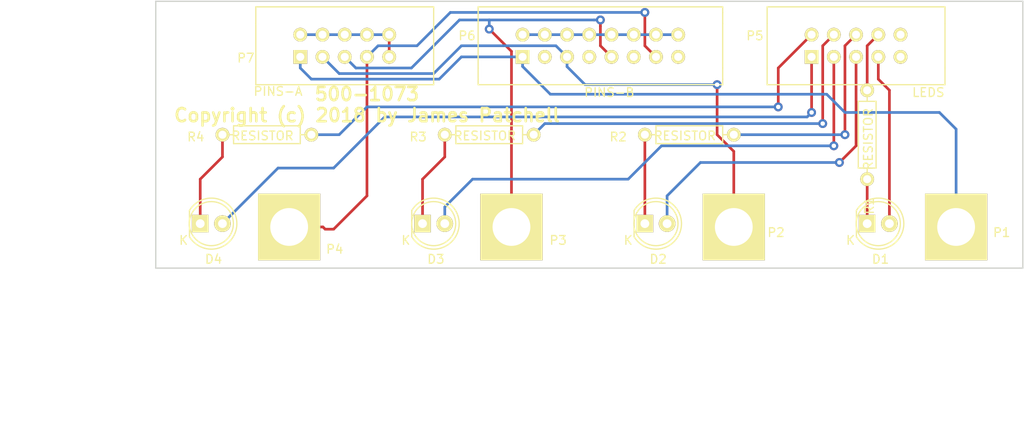
<source format=kicad_pcb>
(kicad_pcb (version 20171130) (host pcbnew "(5.0.1)-3")

  (general
    (thickness 1.6)
    (drawings 9)
    (tracks 111)
    (zones 0)
    (modules 15)
    (nets 19)
  )

  (page A4)
  (layers
    (0 F.Cu signal)
    (31 B.Cu signal)
    (32 B.Adhes user)
    (33 F.Adhes user)
    (34 B.Paste user)
    (35 F.Paste user)
    (36 B.SilkS user)
    (37 F.SilkS user)
    (38 B.Mask user)
    (39 F.Mask user)
    (40 Dwgs.User user)
    (41 Cmts.User user)
    (42 Eco1.User user)
    (43 Eco2.User user)
    (44 Edge.Cuts user)
    (45 Margin user)
    (46 B.CrtYd user)
    (47 F.CrtYd user)
    (48 B.Fab user)
    (49 F.Fab user)
  )

  (setup
    (last_trace_width 0.3048)
    (trace_clearance 0.2)
    (zone_clearance 0.508)
    (zone_45_only no)
    (trace_min 0.2)
    (segment_width 0.2)
    (edge_width 0.15)
    (via_size 1.016)
    (via_drill 0.508)
    (via_min_size 0.4)
    (via_min_drill 0.3)
    (uvia_size 0.3)
    (uvia_drill 0.1)
    (uvias_allowed no)
    (uvia_min_size 0.2)
    (uvia_min_drill 0.1)
    (pcb_text_width 0.3)
    (pcb_text_size 1.5 1.5)
    (mod_edge_width 0.15)
    (mod_text_size 1 1)
    (mod_text_width 0.15)
    (pad_size 1.524 1.524)
    (pad_drill 0.762)
    (pad_to_mask_clearance 0.2)
    (solder_mask_min_width 0.25)
    (aux_axis_origin 0 0)
    (visible_elements 7FFFFFFF)
    (pcbplotparams
      (layerselection 0x010f0_ffffffff)
      (usegerberextensions false)
      (usegerberattributes false)
      (usegerberadvancedattributes false)
      (creategerberjobfile false)
      (excludeedgelayer true)
      (linewidth 0.100000)
      (plotframeref false)
      (viasonmask false)
      (mode 1)
      (useauxorigin false)
      (hpglpennumber 1)
      (hpglpenspeed 20)
      (hpglpendiameter 15.000000)
      (psnegative false)
      (psa4output false)
      (plotreference true)
      (plotvalue true)
      (plotinvisibletext false)
      (padsonsilk false)
      (subtractmaskfromsilk false)
      (outputformat 1)
      (mirror false)
      (drillshape 0)
      (scaleselection 1)
      (outputdirectory "Fab/"))
  )

  (net 0 "")
  (net 1 "Net-(D1-Pad1)")
  (net 2 "Net-(D1-Pad2)")
  (net 3 "Net-(D2-Pad1)")
  (net 4 "Net-(D2-Pad2)")
  (net 5 "Net-(D3-Pad1)")
  (net 6 "Net-(D3-Pad2)")
  (net 7 "Net-(D4-Pad1)")
  (net 8 "Net-(D4-Pad2)")
  (net 9 "Net-(P1-Pad1)")
  (net 10 "Net-(P2-Pad1)")
  (net 11 "Net-(P3-Pad1)")
  (net 12 "Net-(P4-Pad1)")
  (net 13 "Net-(P5-Pad2)")
  (net 14 "Net-(P5-Pad4)")
  (net 15 "Net-(P5-Pad6)")
  (net 16 "Net-(P5-Pad8)")
  (net 17 "Net-(P6-Pad10)")
  (net 18 "Net-(P7-Pad10)")

  (net_class Default "This is the default net class."
    (clearance 0.2)
    (trace_width 0.3048)
    (via_dia 1.016)
    (via_drill 0.508)
    (uvia_dia 0.3)
    (uvia_drill 0.1)
    (add_net "Net-(D1-Pad1)")
    (add_net "Net-(D1-Pad2)")
    (add_net "Net-(D2-Pad1)")
    (add_net "Net-(D2-Pad2)")
    (add_net "Net-(D3-Pad1)")
    (add_net "Net-(D3-Pad2)")
    (add_net "Net-(D4-Pad1)")
    (add_net "Net-(D4-Pad2)")
    (add_net "Net-(P1-Pad1)")
    (add_net "Net-(P2-Pad1)")
    (add_net "Net-(P3-Pad1)")
    (add_net "Net-(P4-Pad1)")
    (add_net "Net-(P5-Pad2)")
    (add_net "Net-(P5-Pad4)")
    (add_net "Net-(P5-Pad6)")
    (add_net "Net-(P5-Pad8)")
    (add_net "Net-(P6-Pad10)")
    (add_net "Net-(P7-Pad10)")
  )

  (module LEDs:LED-5MM (layer F.Cu) (tedit 5570F7EA) (tstamp 56ACF3B1)
    (at 185.42 147.32)
    (descr "LED 5mm round vertical")
    (tags "LED 5mm round vertical")
    (path /56ABF57F)
    (fp_text reference D1 (at 1.524 4.064) (layer F.SilkS)
      (effects (font (size 1 1) (thickness 0.15)))
    )
    (fp_text value LED (at 1.524 -3.937) (layer F.Fab)
      (effects (font (size 1 1) (thickness 0.15)))
    )
    (fp_line (start -1.5 -1.55) (end -1.5 1.55) (layer F.CrtYd) (width 0.05))
    (fp_arc (start 1.3 0) (end -1.5 1.55) (angle -302) (layer F.CrtYd) (width 0.05))
    (fp_arc (start 1.27 0) (end -1.23 -1.5) (angle 297.5) (layer F.SilkS) (width 0.15))
    (fp_line (start -1.23 1.5) (end -1.23 -1.5) (layer F.SilkS) (width 0.15))
    (fp_circle (center 1.27 0) (end 0.97 -2.5) (layer F.SilkS) (width 0.15))
    (fp_text user K (at -1.905 1.905) (layer F.SilkS)
      (effects (font (size 1 1) (thickness 0.15)))
    )
    (pad 1 thru_hole rect (at 0 0 90) (size 2 1.9) (drill 1.00076) (layers *.Cu *.Mask F.SilkS)
      (net 1 "Net-(D1-Pad1)"))
    (pad 2 thru_hole circle (at 2.54 0) (size 1.9 1.9) (drill 1.00076) (layers *.Cu *.Mask F.SilkS)
      (net 2 "Net-(D1-Pad2)"))
    (model LEDs.3dshapes/LED-5MM.wrl
      (offset (xyz 1.269999980926514 0 0))
      (scale (xyz 1 1 1))
      (rotate (xyz 0 0 90))
    )
  )

  (module LEDs:LED-5MM (layer F.Cu) (tedit 5570F7EA) (tstamp 56ACF3BD)
    (at 160.02 147.32)
    (descr "LED 5mm round vertical")
    (tags "LED 5mm round vertical")
    (path /56ABF346)
    (fp_text reference D2 (at 1.524 4.064) (layer F.SilkS)
      (effects (font (size 1 1) (thickness 0.15)))
    )
    (fp_text value LED (at 1.524 -3.937) (layer F.Fab)
      (effects (font (size 1 1) (thickness 0.15)))
    )
    (fp_line (start -1.5 -1.55) (end -1.5 1.55) (layer F.CrtYd) (width 0.05))
    (fp_arc (start 1.3 0) (end -1.5 1.55) (angle -302) (layer F.CrtYd) (width 0.05))
    (fp_arc (start 1.27 0) (end -1.23 -1.5) (angle 297.5) (layer F.SilkS) (width 0.15))
    (fp_line (start -1.23 1.5) (end -1.23 -1.5) (layer F.SilkS) (width 0.15))
    (fp_circle (center 1.27 0) (end 0.97 -2.5) (layer F.SilkS) (width 0.15))
    (fp_text user K (at -1.905 1.905) (layer F.SilkS)
      (effects (font (size 1 1) (thickness 0.15)))
    )
    (pad 1 thru_hole rect (at 0 0 90) (size 2 1.9) (drill 1.00076) (layers *.Cu *.Mask F.SilkS)
      (net 3 "Net-(D2-Pad1)"))
    (pad 2 thru_hole circle (at 2.54 0) (size 1.9 1.9) (drill 1.00076) (layers *.Cu *.Mask F.SilkS)
      (net 4 "Net-(D2-Pad2)"))
    (model LEDs.3dshapes/LED-5MM.wrl
      (offset (xyz 1.269999980926514 0 0))
      (scale (xyz 1 1 1))
      (rotate (xyz 0 0 90))
    )
  )

  (module LEDs:LED-5MM (layer F.Cu) (tedit 5570F7EA) (tstamp 56ACF3C9)
    (at 134.62 147.32)
    (descr "LED 5mm round vertical")
    (tags "LED 5mm round vertical")
    (path /56ABF51A)
    (fp_text reference D3 (at 1.524 4.064) (layer F.SilkS)
      (effects (font (size 1 1) (thickness 0.15)))
    )
    (fp_text value LED (at 1.524 -3.937) (layer F.Fab)
      (effects (font (size 1 1) (thickness 0.15)))
    )
    (fp_line (start -1.5 -1.55) (end -1.5 1.55) (layer F.CrtYd) (width 0.05))
    (fp_arc (start 1.3 0) (end -1.5 1.55) (angle -302) (layer F.CrtYd) (width 0.05))
    (fp_arc (start 1.27 0) (end -1.23 -1.5) (angle 297.5) (layer F.SilkS) (width 0.15))
    (fp_line (start -1.23 1.5) (end -1.23 -1.5) (layer F.SilkS) (width 0.15))
    (fp_circle (center 1.27 0) (end 0.97 -2.5) (layer F.SilkS) (width 0.15))
    (fp_text user K (at -1.905 1.905) (layer F.SilkS)
      (effects (font (size 1 1) (thickness 0.15)))
    )
    (pad 1 thru_hole rect (at 0 0 90) (size 2 1.9) (drill 1.00076) (layers *.Cu *.Mask F.SilkS)
      (net 5 "Net-(D3-Pad1)"))
    (pad 2 thru_hole circle (at 2.54 0) (size 1.9 1.9) (drill 1.00076) (layers *.Cu *.Mask F.SilkS)
      (net 6 "Net-(D3-Pad2)"))
    (model LEDs.3dshapes/LED-5MM.wrl
      (offset (xyz 1.269999980926514 0 0))
      (scale (xyz 1 1 1))
      (rotate (xyz 0 0 90))
    )
  )

  (module LEDs:LED-5MM (layer F.Cu) (tedit 5570F7EA) (tstamp 56ACF3D5)
    (at 109.22 147.32)
    (descr "LED 5mm round vertical")
    (tags "LED 5mm round vertical")
    (path /56ABF54A)
    (fp_text reference D4 (at 1.524 4.064) (layer F.SilkS)
      (effects (font (size 1 1) (thickness 0.15)))
    )
    (fp_text value LED (at 1.524 -3.937) (layer F.Fab)
      (effects (font (size 1 1) (thickness 0.15)))
    )
    (fp_line (start -1.5 -1.55) (end -1.5 1.55) (layer F.CrtYd) (width 0.05))
    (fp_arc (start 1.3 0) (end -1.5 1.55) (angle -302) (layer F.CrtYd) (width 0.05))
    (fp_arc (start 1.27 0) (end -1.23 -1.5) (angle 297.5) (layer F.SilkS) (width 0.15))
    (fp_line (start -1.23 1.5) (end -1.23 -1.5) (layer F.SilkS) (width 0.15))
    (fp_circle (center 1.27 0) (end 0.97 -2.5) (layer F.SilkS) (width 0.15))
    (fp_text user K (at -1.905 1.905) (layer F.SilkS)
      (effects (font (size 1 1) (thickness 0.15)))
    )
    (pad 1 thru_hole rect (at 0 0 90) (size 2 1.9) (drill 1.00076) (layers *.Cu *.Mask F.SilkS)
      (net 7 "Net-(D4-Pad1)"))
    (pad 2 thru_hole circle (at 2.54 0) (size 1.9 1.9) (drill 1.00076) (layers *.Cu *.Mask F.SilkS)
      (net 8 "Net-(D4-Pad2)"))
    (model LEDs.3dshapes/LED-5MM.wrl
      (offset (xyz 1.269999980926514 0 0))
      (scale (xyz 1 1 1))
      (rotate (xyz 0 0 90))
    )
  )

  (module Footprints:KF2-256-TerminalPad (layer F.Cu) (tedit 56AC4C07) (tstamp 56ACF3DA)
    (at 195.58 152.4)
    (path /56ABF297)
    (fp_text reference P1 (at 5.207 -4.064) (layer F.SilkS)
      (effects (font (size 1 1) (thickness 0.15)))
    )
    (fp_text value PAD (at 0 1.27) (layer F.Fab)
      (effects (font (size 1 1) (thickness 0.15)))
    )
    (pad 1 thru_hole rect (at 0 -4.699) (size 7.112 7.62) (drill 4.318) (layers *.Cu *.Mask F.SilkS)
      (net 9 "Net-(P1-Pad1)"))
  )

  (module Footprints:KF2-256-TerminalPad (layer F.Cu) (tedit 56AC4C07) (tstamp 56ACF3DF)
    (at 170.18 152.4)
    (path /56ABF2E5)
    (fp_text reference P2 (at 4.826 -4.064) (layer F.SilkS)
      (effects (font (size 1 1) (thickness 0.15)))
    )
    (fp_text value PAD (at 0 1.27) (layer F.Fab)
      (effects (font (size 1 1) (thickness 0.15)))
    )
    (pad 1 thru_hole rect (at 0 -4.699) (size 7.112 7.62) (drill 4.318) (layers *.Cu *.Mask F.SilkS)
      (net 10 "Net-(P2-Pad1)"))
  )

  (module Footprints:KF2-256-TerminalPad (layer F.Cu) (tedit 56AC4C07) (tstamp 56ACF3E4)
    (at 144.78 152.4)
    (path /56ABF301)
    (fp_text reference P3 (at 5.334 -3.175) (layer F.SilkS)
      (effects (font (size 1 1) (thickness 0.15)))
    )
    (fp_text value PAD (at 0 1.27) (layer F.Fab)
      (effects (font (size 1 1) (thickness 0.15)))
    )
    (pad 1 thru_hole rect (at 0 -4.699) (size 7.112 7.62) (drill 4.318) (layers *.Cu *.Mask F.SilkS)
      (net 11 "Net-(P3-Pad1)"))
  )

  (module Footprints:KF2-256-TerminalPad (layer F.Cu) (tedit 56AC4C07) (tstamp 56ACF3E9)
    (at 119.38 152.4)
    (path /56ABF326)
    (fp_text reference P4 (at 5.207 -2.159) (layer F.SilkS)
      (effects (font (size 1 1) (thickness 0.15)))
    )
    (fp_text value PAD (at 0 1.27) (layer F.Fab)
      (effects (font (size 1 1) (thickness 0.15)))
    )
    (pad 1 thru_hole rect (at 0 -4.699) (size 7.112 7.62) (drill 4.318) (layers *.Cu *.Mask F.SilkS)
      (net 12 "Net-(P4-Pad1)"))
  )

  (module Footprints:AXIAL0.4 (layer F.Cu) (tedit 56ACF211) (tstamp 56ACF432)
    (at 185.42 137.16 90)
    (path /56ABFB50)
    (fp_text reference R1 (at -8.128 0.254 90) (layer F.SilkS)
      (effects (font (size 1 1) (thickness 0.15)))
    )
    (fp_text value RESISTOR (at -0.508 0.127 90) (layer F.SilkS)
      (effects (font (size 1 1) (thickness 0.15)))
    )
    (fp_line (start -3.81 -1.016) (end -3.81 1.016) (layer F.SilkS) (width 0.15))
    (fp_line (start 3.81 -1.016) (end 3.81 1.016) (layer F.SilkS) (width 0.15))
    (fp_line (start -3.81 0) (end -4.318 0) (layer F.SilkS) (width 0.15))
    (fp_line (start 4.445 0) (end 3.81 0) (layer F.SilkS) (width 0.15))
    (fp_line (start -3.81 1.016) (end 3.81 1.016) (layer F.SilkS) (width 0.15))
    (fp_line (start 3.81 -1.016) (end -3.81 -1.016) (layer F.SilkS) (width 0.15))
    (pad 1 thru_hole circle (at -5.08 0 90) (size 1.5748 1.5748) (drill 0.9144) (layers *.Cu *.Mask F.SilkS)
      (net 1 "Net-(D1-Pad1)"))
    (pad 2 thru_hole circle (at 5.08 0 90) (size 1.5748 1.5748) (drill 0.9144) (layers *.Cu *.Mask F.SilkS)
      (net 16 "Net-(P5-Pad8)"))
  )

  (module Footprints:AXIAL0.4 (layer F.Cu) (tedit 56ACF211) (tstamp 56ACF43E)
    (at 165.1 137.16)
    (path /56ABFBC1)
    (fp_text reference R2 (at -8.128 0.254) (layer F.SilkS)
      (effects (font (size 1 1) (thickness 0.15)))
    )
    (fp_text value RESISTOR (at -0.508 0.127) (layer F.SilkS)
      (effects (font (size 1 1) (thickness 0.15)))
    )
    (fp_line (start -3.81 -1.016) (end -3.81 1.016) (layer F.SilkS) (width 0.15))
    (fp_line (start 3.81 -1.016) (end 3.81 1.016) (layer F.SilkS) (width 0.15))
    (fp_line (start -3.81 0) (end -4.318 0) (layer F.SilkS) (width 0.15))
    (fp_line (start 4.445 0) (end 3.81 0) (layer F.SilkS) (width 0.15))
    (fp_line (start -3.81 1.016) (end 3.81 1.016) (layer F.SilkS) (width 0.15))
    (fp_line (start 3.81 -1.016) (end -3.81 -1.016) (layer F.SilkS) (width 0.15))
    (pad 1 thru_hole circle (at -5.08 0) (size 1.5748 1.5748) (drill 0.9144) (layers *.Cu *.Mask F.SilkS)
      (net 3 "Net-(D2-Pad1)"))
    (pad 2 thru_hole circle (at 5.08 0) (size 1.5748 1.5748) (drill 0.9144) (layers *.Cu *.Mask F.SilkS)
      (net 15 "Net-(P5-Pad6)"))
  )

  (module Footprints:AXIAL0.4 (layer F.Cu) (tedit 56ACF211) (tstamp 56ACF44A)
    (at 142.24 137.16)
    (path /56ABFBFE)
    (fp_text reference R3 (at -8.128 0.254) (layer F.SilkS)
      (effects (font (size 1 1) (thickness 0.15)))
    )
    (fp_text value RESISTOR (at -0.508 0.127) (layer F.SilkS)
      (effects (font (size 1 1) (thickness 0.15)))
    )
    (fp_line (start -3.81 -1.016) (end -3.81 1.016) (layer F.SilkS) (width 0.15))
    (fp_line (start 3.81 -1.016) (end 3.81 1.016) (layer F.SilkS) (width 0.15))
    (fp_line (start -3.81 0) (end -4.318 0) (layer F.SilkS) (width 0.15))
    (fp_line (start 4.445 0) (end 3.81 0) (layer F.SilkS) (width 0.15))
    (fp_line (start -3.81 1.016) (end 3.81 1.016) (layer F.SilkS) (width 0.15))
    (fp_line (start 3.81 -1.016) (end -3.81 -1.016) (layer F.SilkS) (width 0.15))
    (pad 1 thru_hole circle (at -5.08 0) (size 1.5748 1.5748) (drill 0.9144) (layers *.Cu *.Mask F.SilkS)
      (net 5 "Net-(D3-Pad1)"))
    (pad 2 thru_hole circle (at 5.08 0) (size 1.5748 1.5748) (drill 0.9144) (layers *.Cu *.Mask F.SilkS)
      (net 14 "Net-(P5-Pad4)"))
  )

  (module Footprints:AXIAL0.4 (layer F.Cu) (tedit 56ACF211) (tstamp 56ACF456)
    (at 116.84 137.16)
    (path /56ABFC40)
    (fp_text reference R4 (at -8.128 0.254) (layer F.SilkS)
      (effects (font (size 1 1) (thickness 0.15)))
    )
    (fp_text value RESISTOR (at -0.508 0.127) (layer F.SilkS)
      (effects (font (size 1 1) (thickness 0.15)))
    )
    (fp_line (start -3.81 -1.016) (end -3.81 1.016) (layer F.SilkS) (width 0.15))
    (fp_line (start 3.81 -1.016) (end 3.81 1.016) (layer F.SilkS) (width 0.15))
    (fp_line (start -3.81 0) (end -4.318 0) (layer F.SilkS) (width 0.15))
    (fp_line (start 4.445 0) (end 3.81 0) (layer F.SilkS) (width 0.15))
    (fp_line (start -3.81 1.016) (end 3.81 1.016) (layer F.SilkS) (width 0.15))
    (fp_line (start 3.81 -1.016) (end -3.81 -1.016) (layer F.SilkS) (width 0.15))
    (pad 1 thru_hole circle (at -5.08 0) (size 1.5748 1.5748) (drill 0.9144) (layers *.Cu *.Mask F.SilkS)
      (net 7 "Net-(D4-Pad1)"))
    (pad 2 thru_hole circle (at 5.08 0) (size 1.5748 1.5748) (drill 0.9144) (layers *.Cu *.Mask F.SilkS)
      (net 13 "Net-(P5-Pad2)"))
  )

  (module FootPrints:IDC5x2_Vert (layer F.Cu) (tedit 58C2383B) (tstamp 5C0A0E70)
    (at 184.15 127 180)
    (path /56ABF665)
    (fp_text reference P5 (at 11.557 1.143 180) (layer F.SilkS)
      (effects (font (size 1 1) (thickness 0.15)))
    )
    (fp_text value LEDS (at -8.255 -5.334 180) (layer F.SilkS)
      (effects (font (size 1 1) (thickness 0.15)))
    )
    (fp_line (start 10.16 -2.54) (end 10.16 2.54) (layer F.SilkS) (width 0.15))
    (fp_line (start -10.16 2.54) (end -10.16 -2.54) (layer F.SilkS) (width 0.15))
    (fp_line (start -10.16 -2.54) (end -10.16 -4.445) (layer F.SilkS) (width 0.15))
    (fp_line (start -10.16 -4.445) (end 10.16 -4.445) (layer F.SilkS) (width 0.15))
    (fp_line (start 10.16 -4.445) (end 10.16 -2.54) (layer F.SilkS) (width 0.15))
    (fp_line (start -10.16 2.54) (end -10.16 4.445) (layer F.SilkS) (width 0.15))
    (fp_line (start -10.16 4.445) (end 10.16 4.445) (layer F.SilkS) (width 0.15))
    (fp_line (start 10.16 4.445) (end 10.16 2.54) (layer F.SilkS) (width 0.15))
    (pad 10 thru_hole circle (at -5.08 1.27 180) (size 1.5748 1.5748) (drill 0.9144) (layers *.Cu *.Mask F.SilkS))
    (pad 9 thru_hole circle (at -5.08 -1.27 180) (size 1.5748 1.5748) (drill 0.9144) (layers *.Cu *.Mask F.SilkS))
    (pad 8 thru_hole circle (at -2.54 1.27 180) (size 1.5748 1.5748) (drill 0.9144) (layers *.Cu *.Mask F.SilkS)
      (net 16 "Net-(P5-Pad8)"))
    (pad 7 thru_hole circle (at -2.54 -1.27 180) (size 1.5748 1.5748) (drill 0.9144) (layers *.Cu *.Mask F.SilkS)
      (net 2 "Net-(D1-Pad2)"))
    (pad 6 thru_hole circle (at 0 1.27 180) (size 1.5748 1.5748) (drill 0.9144) (layers *.Cu *.Mask F.SilkS)
      (net 15 "Net-(P5-Pad6)"))
    (pad 5 thru_hole circle (at 0 -1.27 180) (size 1.5748 1.5748) (drill 0.9144) (layers *.Cu *.Mask F.SilkS)
      (net 4 "Net-(D2-Pad2)"))
    (pad 4 thru_hole circle (at 2.54 1.27 180) (size 1.5748 1.5748) (drill 0.9144) (layers *.Cu *.Mask F.SilkS)
      (net 14 "Net-(P5-Pad4)"))
    (pad 3 thru_hole circle (at 2.54 -1.27 180) (size 1.5748 1.5748) (drill 0.9144) (layers *.Cu *.Mask F.SilkS)
      (net 6 "Net-(D3-Pad2)"))
    (pad 2 thru_hole circle (at 5.08 1.27 180) (size 1.5748 1.5748) (drill 0.9144) (layers *.Cu *.Mask F.SilkS)
      (net 13 "Net-(P5-Pad2)"))
    (pad 1 thru_hole rect (at 5.08 -1.27 180) (size 1.5748 1.5748) (drill 0.9144) (layers *.Cu *.Mask F.SilkS)
      (net 8 "Net-(D4-Pad2)"))
  )

  (module FootPrints:IDC8x2_Vert (layer F.Cu) (tedit 58C886C8) (tstamp 5C0A0E90)
    (at 154.94 127 180)
    (path /56ABF5B5)
    (fp_text reference P6 (at 15.24 1.143 180) (layer F.SilkS)
      (effects (font (size 1 1) (thickness 0.15)))
    )
    (fp_text value PINS-B (at -1.016 -5.334 180) (layer F.SilkS)
      (effects (font (size 1 1) (thickness 0.15)))
    )
    (fp_line (start -13.97 3.81) (end -13.97 4.445) (layer F.SilkS) (width 0.15))
    (fp_line (start -13.97 4.445) (end 13.97 4.445) (layer F.SilkS) (width 0.15))
    (fp_line (start 13.97 4.445) (end 13.97 3.81) (layer F.SilkS) (width 0.15))
    (fp_line (start 13.97 -3.81) (end 13.97 -4.445) (layer F.SilkS) (width 0.15))
    (fp_line (start 13.97 -4.445) (end -13.97 -4.445) (layer F.SilkS) (width 0.15))
    (fp_line (start -13.97 -4.445) (end -13.97 -3.81) (layer F.SilkS) (width 0.15))
    (fp_line (start 13.97 2.54) (end 13.97 3.81) (layer F.SilkS) (width 0.15))
    (fp_line (start -13.97 3.81) (end -13.97 2.54) (layer F.SilkS) (width 0.15))
    (fp_line (start -13.97 -2.54) (end -13.97 -3.81) (layer F.SilkS) (width 0.15))
    (fp_line (start 13.97 -3.81) (end 13.97 -2.54) (layer F.SilkS) (width 0.15))
    (fp_line (start -13.97 2.54) (end -13.97 -2.54) (layer F.SilkS) (width 0.15))
    (fp_line (start 13.97 -2.54) (end 13.97 2.54) (layer F.SilkS) (width 0.15))
    (pad 1 thru_hole rect (at 8.89 -1.27 180) (size 1.5748 1.5748) (drill 0.9144) (layers *.Cu *.Mask F.SilkS)
      (net 9 "Net-(P1-Pad1)"))
    (pad 2 thru_hole circle (at 8.89 1.27 180) (size 1.5748 1.5748) (drill 0.9144) (layers *.Cu *.Mask F.SilkS)
      (net 17 "Net-(P6-Pad10)"))
    (pad 3 thru_hole circle (at 6.35 -1.27 180) (size 1.5748 1.5748) (drill 0.9144) (layers *.Cu *.Mask F.SilkS))
    (pad 4 thru_hole circle (at 6.35 1.27 180) (size 1.5748 1.5748) (drill 0.9144) (layers *.Cu *.Mask F.SilkS)
      (net 17 "Net-(P6-Pad10)"))
    (pad 5 thru_hole circle (at 3.81 -1.27 180) (size 1.5748 1.5748) (drill 0.9144) (layers *.Cu *.Mask F.SilkS)
      (net 10 "Net-(P2-Pad1)"))
    (pad 6 thru_hole circle (at 3.81 1.27 180) (size 1.5748 1.5748) (drill 0.9144) (layers *.Cu *.Mask F.SilkS)
      (net 17 "Net-(P6-Pad10)"))
    (pad 7 thru_hole circle (at 1.27 -1.27 180) (size 1.5748 1.5748) (drill 0.9144) (layers *.Cu *.Mask F.SilkS))
    (pad 8 thru_hole circle (at 1.27 1.27 180) (size 1.5748 1.5748) (drill 0.9144) (layers *.Cu *.Mask F.SilkS)
      (net 17 "Net-(P6-Pad10)"))
    (pad 9 thru_hole circle (at -1.27 -1.27 180) (size 1.5748 1.5748) (drill 0.9144) (layers *.Cu *.Mask F.SilkS)
      (net 11 "Net-(P3-Pad1)"))
    (pad 10 thru_hole circle (at -1.27 1.27 180) (size 1.5748 1.5748) (drill 0.9144) (layers *.Cu *.Mask F.SilkS)
      (net 17 "Net-(P6-Pad10)"))
    (pad 11 thru_hole circle (at -3.81 -1.27 180) (size 1.5748 1.5748) (drill 0.9144) (layers *.Cu *.Mask F.SilkS))
    (pad 12 thru_hole circle (at -3.81 1.27 180) (size 1.5748 1.5748) (drill 0.9144) (layers *.Cu *.Mask F.SilkS)
      (net 17 "Net-(P6-Pad10)"))
    (pad 13 thru_hole circle (at -6.35 -1.27 180) (size 1.5748 1.5748) (drill 0.9144) (layers *.Cu *.Mask F.SilkS)
      (net 12 "Net-(P4-Pad1)"))
    (pad 14 thru_hole circle (at -6.35 1.27 180) (size 1.5748 1.5748) (drill 0.9144) (layers *.Cu *.Mask F.SilkS)
      (net 17 "Net-(P6-Pad10)"))
    (pad 15 thru_hole circle (at -8.89 -1.27 180) (size 1.5748 1.5748) (drill 0.9144) (layers *.Cu *.Mask F.SilkS))
    (pad 16 thru_hole circle (at -8.89 1.27 180) (size 1.5748 1.5748) (drill 0.9144) (layers *.Cu *.Mask F.SilkS)
      (net 17 "Net-(P6-Pad10)"))
  )

  (module FootPrints:IDC5x2_Vert (layer F.Cu) (tedit 58C2383B) (tstamp 5C0A0EA6)
    (at 125.73 127 180)
    (path /56ABF61A)
    (fp_text reference P7 (at 11.303 -1.397 180) (layer F.SilkS)
      (effects (font (size 1 1) (thickness 0.15)))
    )
    (fp_text value PINS-A (at 7.62 -5.207 180) (layer F.SilkS)
      (effects (font (size 1 1) (thickness 0.15)))
    )
    (fp_line (start 10.16 4.445) (end 10.16 2.54) (layer F.SilkS) (width 0.15))
    (fp_line (start -10.16 4.445) (end 10.16 4.445) (layer F.SilkS) (width 0.15))
    (fp_line (start -10.16 2.54) (end -10.16 4.445) (layer F.SilkS) (width 0.15))
    (fp_line (start 10.16 -4.445) (end 10.16 -2.54) (layer F.SilkS) (width 0.15))
    (fp_line (start -10.16 -4.445) (end 10.16 -4.445) (layer F.SilkS) (width 0.15))
    (fp_line (start -10.16 -2.54) (end -10.16 -4.445) (layer F.SilkS) (width 0.15))
    (fp_line (start -10.16 2.54) (end -10.16 -2.54) (layer F.SilkS) (width 0.15))
    (fp_line (start 10.16 -2.54) (end 10.16 2.54) (layer F.SilkS) (width 0.15))
    (pad 1 thru_hole rect (at 5.08 -1.27 180) (size 1.5748 1.5748) (drill 0.9144) (layers *.Cu *.Mask F.SilkS)
      (net 9 "Net-(P1-Pad1)"))
    (pad 2 thru_hole circle (at 5.08 1.27 180) (size 1.5748 1.5748) (drill 0.9144) (layers *.Cu *.Mask F.SilkS)
      (net 18 "Net-(P7-Pad10)"))
    (pad 3 thru_hole circle (at 2.54 -1.27 180) (size 1.5748 1.5748) (drill 0.9144) (layers *.Cu *.Mask F.SilkS)
      (net 10 "Net-(P2-Pad1)"))
    (pad 4 thru_hole circle (at 2.54 1.27 180) (size 1.5748 1.5748) (drill 0.9144) (layers *.Cu *.Mask F.SilkS)
      (net 18 "Net-(P7-Pad10)"))
    (pad 5 thru_hole circle (at 0 -1.27 180) (size 1.5748 1.5748) (drill 0.9144) (layers *.Cu *.Mask F.SilkS)
      (net 11 "Net-(P3-Pad1)"))
    (pad 6 thru_hole circle (at 0 1.27 180) (size 1.5748 1.5748) (drill 0.9144) (layers *.Cu *.Mask F.SilkS)
      (net 18 "Net-(P7-Pad10)"))
    (pad 7 thru_hole circle (at -2.54 -1.27 180) (size 1.5748 1.5748) (drill 0.9144) (layers *.Cu *.Mask F.SilkS)
      (net 12 "Net-(P4-Pad1)"))
    (pad 8 thru_hole circle (at -2.54 1.27 180) (size 1.5748 1.5748) (drill 0.9144) (layers *.Cu *.Mask F.SilkS)
      (net 18 "Net-(P7-Pad10)"))
    (pad 9 thru_hole circle (at -5.08 -1.27 180) (size 1.5748 1.5748) (drill 0.9144) (layers *.Cu *.Mask F.SilkS)
      (net 18 "Net-(P7-Pad10)"))
    (pad 10 thru_hole circle (at -5.08 1.27 180) (size 1.5748 1.5748) (drill 0.9144) (layers *.Cu *.Mask F.SilkS)
      (net 18 "Net-(P7-Pad10)"))
  )

  (gr_text "500-1073\nCopyright (c) 2018 by James Patchell" (at 128.27 133.731) (layer F.SilkS)
    (effects (font (size 1.5 1.5) (thickness 0.3)))
  )
  (dimension 8.89 (width 0.3) (layer F.Fab)
    (gr_text "0.3500 in" (at 165.735 171.53) (layer F.Fab)
      (effects (font (size 1.5 1.5) (thickness 0.3)))
    )
    (feature1 (pts (xy 170.18 153.67) (xy 170.18 172.88)))
    (feature2 (pts (xy 161.29 153.67) (xy 161.29 172.88)))
    (crossbar (pts (xy 161.29 170.18) (xy 170.18 170.18)))
    (arrow1a (pts (xy 170.18 170.18) (xy 169.053496 170.766421)))
    (arrow1b (pts (xy 170.18 170.18) (xy 169.053496 169.593579)))
    (arrow2a (pts (xy 161.29 170.18) (xy 162.416504 170.766421)))
    (arrow2b (pts (xy 161.29 170.18) (xy 162.416504 169.593579)))
  )
  (dimension 25.4 (width 0.3) (layer F.Fab)
    (gr_text "1.0000 in" (at 132.08 171.53) (layer F.Fab)
      (effects (font (size 1.5 1.5) (thickness 0.3)))
    )
    (feature1 (pts (xy 144.78 154.94) (xy 144.78 172.88)))
    (feature2 (pts (xy 119.38 154.94) (xy 119.38 172.88)))
    (crossbar (pts (xy 119.38 170.18) (xy 144.78 170.18)))
    (arrow1a (pts (xy 144.78 170.18) (xy 143.653496 170.766421)))
    (arrow1b (pts (xy 144.78 170.18) (xy 143.653496 169.593579)))
    (arrow2a (pts (xy 119.38 170.18) (xy 120.506504 170.766421)))
    (arrow2b (pts (xy 119.38 170.18) (xy 120.506504 169.593579)))
  )
  (dimension 30.48 (width 0.3) (layer F.Fab)
    (gr_text "1.2000 in" (at 92.63 137.16 270) (layer F.Fab)
      (effects (font (size 1.5 1.5) (thickness 0.3)))
    )
    (feature1 (pts (xy 101.6 152.4) (xy 91.28 152.4)))
    (feature2 (pts (xy 101.6 121.92) (xy 91.28 121.92)))
    (crossbar (pts (xy 93.98 121.92) (xy 93.98 152.4)))
    (arrow1a (pts (xy 93.98 152.4) (xy 93.393579 151.273496)))
    (arrow1b (pts (xy 93.98 152.4) (xy 94.566421 151.273496)))
    (arrow2a (pts (xy 93.98 121.92) (xy 93.393579 123.046504)))
    (arrow2b (pts (xy 93.98 121.92) (xy 94.566421 123.046504)))
  )
  (dimension 99.06 (width 0.3) (layer F.Fab)
    (gr_text "3.9000 in" (at 153.67 163.91) (layer F.Fab)
      (effects (font (size 1.5 1.5) (thickness 0.3)))
    )
    (feature1 (pts (xy 203.2 154.94) (xy 203.2 165.26)))
    (feature2 (pts (xy 104.14 154.94) (xy 104.14 165.26)))
    (crossbar (pts (xy 104.14 162.56) (xy 203.2 162.56)))
    (arrow1a (pts (xy 203.2 162.56) (xy 202.073496 163.146421)))
    (arrow1b (pts (xy 203.2 162.56) (xy 202.073496 161.973579)))
    (arrow2a (pts (xy 104.14 162.56) (xy 105.266504 163.146421)))
    (arrow2b (pts (xy 104.14 162.56) (xy 105.266504 161.973579)))
  )
  (gr_line (start 203.2 121.92) (end 203.2 152.4) (angle 90) (layer Edge.Cuts) (width 0.15))
  (gr_line (start 104.14 121.92) (end 203.2 121.92) (angle 90) (layer Edge.Cuts) (width 0.15))
  (gr_line (start 104.14 152.4) (end 104.14 121.92) (angle 90) (layer Edge.Cuts) (width 0.15))
  (gr_line (start 203.2 152.4) (end 104.14 152.4) (angle 90) (layer Edge.Cuts) (width 0.15))

  (segment (start 185.42 147.32) (end 185.42 142.24) (width 0.3048) (layer F.Cu) (net 1))
  (segment (start 187.96 132.08) (end 187.96 147.32) (width 0.3048) (layer F.Cu) (net 2))
  (segment (start 186.69 128.27) (end 186.69 130.81) (width 0.3048) (layer F.Cu) (net 2))
  (segment (start 186.69 130.81) (end 187.96 132.08) (width 0.3048) (layer F.Cu) (net 2))
  (segment (start 160.02 147.32) (end 160.02 137.16) (width 0.3048) (layer F.Cu) (net 3))
  (via (at 182.245 140.335) (size 1.016) (drill 0.508) (layers F.Cu B.Cu) (net 4))
  (segment (start 184.15 128.27) (end 184.15 138.43) (width 0.3048) (layer F.Cu) (net 4))
  (segment (start 184.15 138.43) (end 182.245 140.335) (width 0.3048) (layer F.Cu) (net 4))
  (segment (start 162.56 144.145) (end 162.56 147.32) (width 0.3048) (layer B.Cu) (net 4))
  (segment (start 182.245 140.335) (end 166.37 140.335) (width 0.3048) (layer B.Cu) (net 4))
  (segment (start 166.37 140.335) (end 162.56 144.145) (width 0.3048) (layer B.Cu) (net 4))
  (segment (start 134.62 147.32) (end 134.62 142.24) (width 0.3048) (layer F.Cu) (net 5))
  (segment (start 137.16 139.7) (end 137.16 137.16) (width 0.3048) (layer F.Cu) (net 5) (tstamp 56AD3F01))
  (segment (start 134.62 142.24) (end 137.16 139.7) (width 0.3048) (layer F.Cu) (net 5) (tstamp 56AD3EFD))
  (via (at 181.61 138.43) (size 1.016) (drill 0.508) (layers F.Cu B.Cu) (net 6))
  (segment (start 181.61 128.27) (end 181.61 138.43) (width 0.3048) (layer F.Cu) (net 6))
  (segment (start 181.61 138.43) (end 161.925 138.43) (width 0.3048) (layer B.Cu) (net 6))
  (segment (start 161.925 138.43) (end 158.115 142.24) (width 0.3048) (layer B.Cu) (net 6))
  (segment (start 158.115 142.24) (end 140.335 142.24) (width 0.3048) (layer B.Cu) (net 6))
  (segment (start 140.335 142.24) (end 137.16 145.415) (width 0.3048) (layer B.Cu) (net 6))
  (segment (start 137.16 145.415) (end 137.16 147.32) (width 0.3048) (layer B.Cu) (net 6))
  (segment (start 109.22 147.32) (end 109.22 142.24) (width 0.3048) (layer F.Cu) (net 7))
  (segment (start 111.76 139.7) (end 111.76 137.16) (width 0.3048) (layer F.Cu) (net 7) (tstamp 56AD3EF2))
  (segment (start 109.22 142.24) (end 111.76 139.7) (width 0.3048) (layer F.Cu) (net 7) (tstamp 56AD3EEE))
  (via (at 179.07 134.62) (size 1.016) (drill 0.508) (layers F.Cu B.Cu) (net 8))
  (segment (start 179.07 128.27) (end 179.07 134.62) (width 0.3048) (layer F.Cu) (net 8))
  (segment (start 118.11 140.97) (end 112.709999 146.370001) (width 0.3048) (layer B.Cu) (net 8))
  (segment (start 112.709999 146.370001) (end 111.76 147.32) (width 0.3048) (layer B.Cu) (net 8))
  (segment (start 124.46 140.97) (end 118.11 140.97) (width 0.3048) (layer B.Cu) (net 8))
  (segment (start 130.302001 135.127999) (end 124.46 140.97) (width 0.3048) (layer B.Cu) (net 8))
  (segment (start 178.562001 135.127999) (end 130.302001 135.127999) (width 0.3048) (layer B.Cu) (net 8))
  (segment (start 179.07 134.62) (end 178.562001 135.127999) (width 0.3048) (layer B.Cu) (net 8))
  (segment (start 120.65 128.27) (end 120.65 129.54) (width 0.3048) (layer B.Cu) (net 9))
  (segment (start 120.65 129.54) (end 121.92 130.81) (width 0.3048) (layer B.Cu) (net 9))
  (segment (start 121.92 130.81) (end 136.525 130.81) (width 0.3048) (layer B.Cu) (net 9))
  (segment (start 139.065 128.27) (end 146.05 128.27) (width 0.3048) (layer B.Cu) (net 9))
  (segment (start 136.525 130.81) (end 139.065 128.27) (width 0.3048) (layer B.Cu) (net 9))
  (segment (start 146.05 129.3622) (end 149.225 132.5372) (width 0.3048) (layer B.Cu) (net 9))
  (segment (start 146.05 128.27) (end 146.05 129.3622) (width 0.3048) (layer B.Cu) (net 9))
  (segment (start 149.225 132.5372) (end 180.7972 132.5372) (width 0.3048) (layer B.Cu) (net 9))
  (segment (start 180.7972 132.5372) (end 182.88 134.62) (width 0.3048) (layer B.Cu) (net 9))
  (segment (start 182.88 134.62) (end 193.675 134.62) (width 0.3048) (layer B.Cu) (net 9))
  (segment (start 193.675 134.62) (end 195.58 136.525) (width 0.3048) (layer B.Cu) (net 9))
  (segment (start 195.58 136.525) (end 195.58 147.701) (width 0.3048) (layer B.Cu) (net 9))
  (segment (start 123.19 128.27) (end 125.095 130.175) (width 0.3048) (layer B.Cu) (net 10))
  (segment (start 125.095 130.175) (end 135.89 130.175) (width 0.3048) (layer B.Cu) (net 10))
  (segment (start 135.89 130.175) (end 139.065 127) (width 0.3048) (layer B.Cu) (net 10))
  (segment (start 139.065 127) (end 149.86 127) (width 0.3048) (layer B.Cu) (net 10))
  (segment (start 149.86 127) (end 151.13 128.27) (width 0.3048) (layer B.Cu) (net 10))
  (segment (start 151.13 129.383551) (end 153.191449 131.445) (width 0.3048) (layer B.Cu) (net 10))
  (segment (start 151.13 128.27) (end 151.13 129.383551) (width 0.3048) (layer B.Cu) (net 10))
  (via (at 168.275 131.445) (size 1.016) (drill 0.508) (layers F.Cu B.Cu) (net 10))
  (segment (start 153.191449 131.445) (end 168.275 131.445) (width 0.3048) (layer B.Cu) (net 10))
  (segment (start 168.275 131.445) (end 168.275 137.16) (width 0.3048) (layer F.Cu) (net 10))
  (segment (start 168.275 137.16) (end 170.18 139.065) (width 0.3048) (layer F.Cu) (net 10))
  (segment (start 170.18 139.065) (end 170.18 147.701) (width 0.3048) (layer F.Cu) (net 10))
  (via (at 154.94 124.05041) (size 1.016) (drill 0.508) (layers F.Cu B.Cu) (net 11))
  (segment (start 154.22158 124.05041) (end 154.94 124.05041) (width 0.3048) (layer B.Cu) (net 11))
  (segment (start 125.73 128.27) (end 127 129.54) (width 0.3048) (layer B.Cu) (net 11))
  (segment (start 156.21 128.27) (end 154.94 127) (width 0.3048) (layer F.Cu) (net 11))
  (segment (start 154.94 124.76883) (end 154.94 124.05041) (width 0.3048) (layer F.Cu) (net 11))
  (segment (start 133.35 129.54) (end 138.83959 124.05041) (width 0.3048) (layer B.Cu) (net 11))
  (segment (start 154.94 127) (end 154.94 124.76883) (width 0.3048) (layer F.Cu) (net 11))
  (segment (start 127 129.54) (end 133.35 129.54) (width 0.3048) (layer B.Cu) (net 11))
  (via (at 142.24 125.095) (size 1.016) (drill 0.508) (layers F.Cu B.Cu) (net 11))
  (segment (start 144.78 147.701) (end 144.78 127.635) (width 0.3048) (layer F.Cu) (net 11))
  (segment (start 144.78 127.635) (end 142.24 125.095) (width 0.3048) (layer F.Cu) (net 11))
  (segment (start 142.24 125.095) (end 142.24 124.05041) (width 0.3048) (layer B.Cu) (net 11))
  (segment (start 138.83959 124.05041) (end 142.24 124.05041) (width 0.3048) (layer B.Cu) (net 11))
  (segment (start 142.24 124.05041) (end 154.22158 124.05041) (width 0.3048) (layer B.Cu) (net 11))
  (segment (start 123.2408 147.701) (end 123.4948 147.955) (width 0.3048) (layer F.Cu) (net 12))
  (segment (start 119.38 147.701) (end 123.2408 147.701) (width 0.3048) (layer F.Cu) (net 12))
  (segment (start 123.4948 147.955) (end 124.46 147.955) (width 0.3048) (layer F.Cu) (net 12))
  (segment (start 128.27 144.145) (end 128.27 128.27) (width 0.3048) (layer F.Cu) (net 12))
  (segment (start 124.46 147.955) (end 128.27 144.145) (width 0.3048) (layer F.Cu) (net 12))
  (segment (start 128.27 128.27) (end 129.54 127) (width 0.3048) (layer B.Cu) (net 12))
  (segment (start 129.54 127) (end 133.985 127) (width 0.3048) (layer B.Cu) (net 12))
  (segment (start 133.985 127) (end 137.795 123.19) (width 0.3048) (layer B.Cu) (net 12))
  (segment (start 137.795 123.19) (end 160.02 123.19) (width 0.3048) (layer B.Cu) (net 12))
  (via (at 160.02 123.19) (size 1.016) (drill 0.508) (layers F.Cu B.Cu) (net 12))
  (segment (start 160.02 127) (end 161.29 128.27) (width 0.3048) (layer F.Cu) (net 12))
  (segment (start 160.02 123.19) (end 160.02 127) (width 0.3048) (layer F.Cu) (net 12))
  (segment (start 121.92 137.16) (end 125.095 137.16) (width 0.3048) (layer B.Cu) (net 13))
  (segment (start 125.095 137.16) (end 128.27 133.985) (width 0.3048) (layer B.Cu) (net 13))
  (via (at 175.26 133.985) (size 1.016) (drill 0.508) (layers F.Cu B.Cu) (net 13))
  (segment (start 128.27 133.985) (end 175.26 133.985) (width 0.3048) (layer B.Cu) (net 13))
  (segment (start 175.26 129.54) (end 179.07 125.73) (width 0.3048) (layer F.Cu) (net 13))
  (segment (start 175.26 133.985) (end 175.26 129.54) (width 0.3048) (layer F.Cu) (net 13))
  (via (at 180.34 135.89) (size 1.016) (drill 0.508) (layers F.Cu B.Cu) (net 14))
  (segment (start 181.61 125.73) (end 180.34 127) (width 0.3048) (layer F.Cu) (net 14))
  (segment (start 180.34 127) (end 180.34 135.89) (width 0.3048) (layer F.Cu) (net 14))
  (segment (start 148.59 135.89) (end 147.32 137.16) (width 0.3048) (layer B.Cu) (net 14))
  (segment (start 180.34 135.89) (end 148.59 135.89) (width 0.3048) (layer B.Cu) (net 14))
  (segment (start 184.15 125.73) (end 182.88 127) (width 0.3048) (layer F.Cu) (net 15))
  (via (at 182.88 137.16) (size 1.016) (drill 0.508) (layers F.Cu B.Cu) (net 15))
  (segment (start 182.88 127) (end 182.88 137.16) (width 0.3048) (layer F.Cu) (net 15))
  (segment (start 182.88 137.16) (end 170.18 137.16) (width 0.3048) (layer B.Cu) (net 15))
  (segment (start 185.42 127) (end 185.42 132.08) (width 0.3048) (layer F.Cu) (net 16))
  (segment (start 186.69 125.73) (end 185.42 127) (width 0.3048) (layer F.Cu) (net 16))
  (segment (start 146.05 125.73) (end 148.59 125.73) (width 0.3048) (layer B.Cu) (net 17))
  (segment (start 148.59 125.73) (end 151.13 125.73) (width 0.3048) (layer B.Cu) (net 17))
  (segment (start 151.13 125.73) (end 153.67 125.73) (width 0.3048) (layer B.Cu) (net 17))
  (segment (start 153.67 125.73) (end 156.21 125.73) (width 0.3048) (layer B.Cu) (net 17))
  (segment (start 156.21 125.73) (end 158.75 125.73) (width 0.3048) (layer B.Cu) (net 17))
  (segment (start 158.75 125.73) (end 161.29 125.73) (width 0.3048) (layer B.Cu) (net 17))
  (segment (start 161.29 125.73) (end 163.83 125.73) (width 0.3048) (layer B.Cu) (net 17))
  (segment (start 120.65 125.73) (end 123.19 125.73) (width 0.3048) (layer B.Cu) (net 18))
  (segment (start 123.19 125.73) (end 125.73 125.73) (width 0.3048) (layer B.Cu) (net 18))
  (segment (start 125.73 125.73) (end 128.27 125.73) (width 0.3048) (layer B.Cu) (net 18))
  (segment (start 128.27 125.73) (end 130.81 125.73) (width 0.3048) (layer B.Cu) (net 18))
  (segment (start 130.81 125.73) (end 130.81 128.27) (width 0.3048) (layer F.Cu) (net 18))

)

</source>
